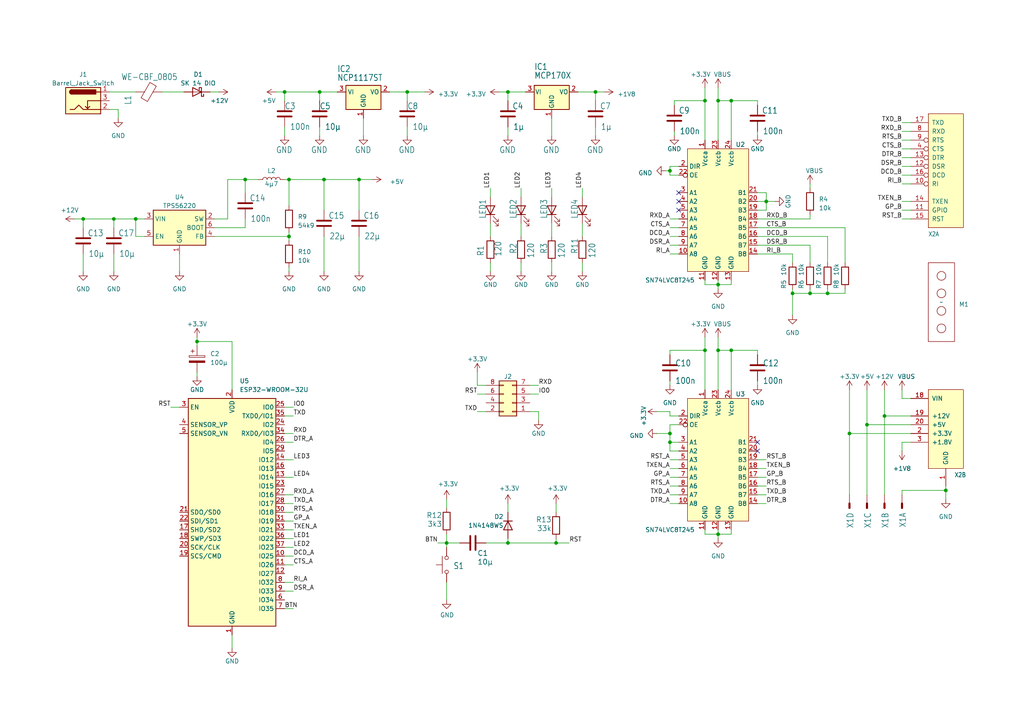
<source format=kicad_sch>
(kicad_sch (version 20231120) (generator "eeschema") (generator_version "8.0")
  (paper "A4")
  (title_block (title "AllSerial WiFi ESP32 Master") (date "2023-10-14"))
  (junction (at 24.13 63.5))
  (junction (at 208.28 154.94))
  (junction (at 204.47 29.21))
  (junction (at 118.11 26.67))
  (junction (at 194.31 125.73))
  (junction (at 82.55 26.67))
  (junction (at 246.38 125.73))
  (junction (at 229.87 85.09))
  (junction (at 222.25 58.42))
  (junction (at 274.32 142.24))
  (junction (at 194.31 49.53))
  (junction (at 251.46 123.19))
  (junction (at 212.09 29.21))
  (junction (at 104.14 52.07))
  (junction (at 161.29 157.48))
  (junction (at 208.28 29.21))
  (junction (at 93.98 52.07))
  (junction (at 57.15 99.06))
  (junction (at 39.37 63.5))
  (junction (at 71.12 52.07))
  (junction (at 129.54 157.48))
  (junction (at 83.82 68.58))
  (junction (at 212.09 101.6))
  (junction (at 234.95 85.09))
  (junction (at 256.54 120.65))
  (junction (at 172.72 26.67))
  (junction (at 208.28 101.6))
  (junction (at 92.71 26.67))
  (junction (at 208.28 82.55))
  (junction (at 240.03 85.09))
  (junction (at 83.82 52.07))
  (junction (at 147.32 157.48))
  (junction (at 204.47 101.6))
  (junction (at 194.31 128.27))
  (junction (at 147.32 26.67))
  (junction (at 33.02 63.5))
  (no_connect (at 196.85 60.96))
  (no_connect (at 219.71 128.27))
  (no_connect (at 196.85 55.88))
  (no_connect (at 196.85 58.42))
  (no_connect (at 219.71 130.81))
  (wire (pts (xy 261.62 50.8) (xy 264.16 50.8)))
  (wire (pts (xy 219.71 133.35) (xy 222.25 133.35)))
  (wire (pts (xy 82.55 120.65) (xy 85.09 120.65)))
  (wire (pts (xy 194.31 140.97) (xy 196.85 140.97)))
  (wire (pts (xy 194.31 119.38) (xy 190.5 119.38)))
  (wire (pts (xy 204.47 29.21) (xy 204.47 40.64)))
  (wire (pts (xy 92.71 26.67) (xy 92.71 29.21)))
  (wire (pts (xy 212.09 81.28) (xy 212.09 82.55)))
  (wire (pts (xy 167.64 26.67) (xy 172.72 26.67)) (stroke (width 0.1524)))
  (wire (pts (xy 31.75 26.67) (xy 39.37 26.67)))
  (wire (pts (xy 82.55 52.07) (xy 83.82 52.07)))
  (wire (pts (xy 83.82 52.07) (xy 93.98 52.07)))
  (wire (pts (xy 31.75 31.75) (xy 34.29 31.75)))
  (wire (pts (xy 240.03 68.58) (xy 240.03 76.2)))
  (wire (pts (xy 219.71 143.51) (xy 222.25 143.51)))
  (wire (pts (xy 219.71 30.48) (xy 219.71 29.21)))
  (wire (pts (xy 105.41 39.37) (xy 105.41 34.29)) (stroke (width 0.1524)))
  (wire (pts (xy 85.09 163.83) (xy 82.55 163.83)))
  (wire (pts (xy 222.25 55.88) (xy 222.25 58.42)))
  (wire (pts (xy 204.47 101.6) (xy 194.31 101.6)))
  (wire (pts (xy 129.54 154.94) (xy 129.54 157.48)))
  (wire (pts (xy 41.91 68.58) (xy 39.37 68.58)))
  (wire (pts (xy 274.32 142.24) (xy 274.32 140.97)) (stroke (width 0.1524)))
  (wire (pts (xy 194.31 120.65) (xy 194.31 119.38)))
  (wire (pts (xy 261.62 48.26) (xy 264.16 48.26)))
  (wire (pts (xy 168.91 54.61) (xy 168.91 57.15)))
  (wire (pts (xy 153.67 114.3) (xy 156.21 114.3)))
  (wire (pts (xy 71.12 52.07) (xy 71.12 55.88)))
  (wire (pts (xy 93.98 52.07) (xy 104.14 52.07)))
  (wire (pts (xy 129.54 157.48) (xy 127 157.48)))
  (wire (pts (xy 194.31 133.35) (xy 196.85 133.35)))
  (wire (pts (xy 60.96 26.67) (xy 63.5 26.67)))
  (wire (pts (xy 82.55 153.67) (xy 85.09 153.67)))
  (wire (pts (xy 261.62 128.27) (xy 261.62 130.81)) (stroke (width 0.1524)))
  (wire (pts (xy 82.55 158.75) (xy 85.09 158.75)))
  (wire (pts (xy 62.23 68.58) (xy 83.82 68.58)))
  (wire (pts (xy 261.62 43.18) (xy 264.16 43.18)))
  (wire (pts (xy 151.13 54.61) (xy 151.13 57.15)))
  (wire (pts (xy 140.97 111.76) (xy 138.43 111.76)))
  (wire (pts (xy 138.43 111.76) (xy 138.43 107.95)))
  (wire (pts (xy 240.03 85.09) (xy 234.95 85.09)))
  (wire (pts (xy 82.55 26.67) (xy 82.55 29.21)))
  (wire (pts (xy 261.62 53.34) (xy 264.16 53.34)))
  (wire (pts (xy 194.31 48.26) (xy 194.31 49.53)))
  (wire (pts (xy 92.71 26.67) (xy 97.79 26.67)))
  (wire (pts (xy 219.71 55.88) (xy 222.25 55.88)))
  (wire (pts (xy 261.62 115.57) (xy 261.62 113.03)) (stroke (width 0.1524)))
  (wire (pts (xy 83.82 52.07) (xy 83.82 59.69)))
  (wire (pts (xy 57.15 97.79) (xy 57.15 99.06)))
  (wire (pts (xy 144.78 26.67) (xy 147.32 26.67)) (stroke (width 0.1524)))
  (wire (pts (xy 208.28 82.55) (xy 208.28 83.82)))
  (wire (pts (xy 274.32 142.24) (xy 261.62 142.24)) (stroke (width 0.1524)))
  (wire (pts (xy 208.28 154.94) (xy 204.47 154.94)))
  (wire (pts (xy 52.07 73.66) (xy 52.07 78.74)))
  (wire (pts (xy 219.71 73.66) (xy 229.87 73.66)))
  (wire (pts (xy 264.16 125.73) (xy 246.38 125.73)) (stroke (width 0.1524)))
  (wire (pts (xy 204.47 25.4) (xy 204.47 29.21)))
  (wire (pts (xy 147.32 26.67) (xy 147.32 29.21)) (stroke (width 0.1524)))
  (wire (pts (xy 229.87 85.09) (xy 229.87 91.44)))
  (wire (pts (xy 208.28 97.79) (xy 208.28 101.6)))
  (wire (pts (xy 245.11 66.04) (xy 245.11 76.2)))
  (wire (pts (xy 234.95 62.23) (xy 234.95 63.5)))
  (wire (pts (xy 261.62 58.42) (xy 264.16 58.42)))
  (wire (pts (xy 34.29 31.75) (xy 34.29 34.29)))
  (wire (pts (xy 147.32 156.21) (xy 147.32 157.48)))
  (wire (pts (xy 261.62 63.5) (xy 264.16 63.5)))
  (wire (pts (xy 194.31 73.66) (xy 196.85 73.66)))
  (wire (pts (xy 204.47 81.28) (xy 204.47 82.55)))
  (wire (pts (xy 104.14 52.07) (xy 107.95 52.07)))
  (wire (pts (xy 219.71 140.97) (xy 222.25 140.97)))
  (wire (pts (xy 251.46 143.51) (xy 251.46 123.19)) (stroke (width 0.1524)))
  (wire (pts (xy 46.99 26.67) (xy 53.34 26.67)))
  (wire (pts (xy 129.54 173.99) (xy 129.54 168.91)))
  (wire (pts (xy 85.09 171.45) (xy 82.55 171.45)))
  (wire (pts (xy 71.12 66.04) (xy 71.12 63.5)))
  (wire (pts (xy 256.54 143.51) (xy 256.54 120.65)) (stroke (width 0.1524)))
  (wire (pts (xy 85.09 161.29) (xy 82.55 161.29)))
  (wire (pts (xy 219.71 66.04) (xy 245.11 66.04)))
  (wire (pts (xy 234.95 71.12) (xy 234.95 76.2)))
  (wire (pts (xy 39.37 63.5) (xy 41.91 63.5)))
  (wire (pts (xy 161.29 156.21) (xy 161.29 157.48)))
  (wire (pts (xy 194.31 63.5) (xy 196.85 63.5)))
  (wire (pts (xy 219.71 38.1) (xy 219.71 39.37)))
  (wire (pts (xy 104.14 52.07) (xy 104.14 60.96)))
  (wire (pts (xy 57.15 107.95) (xy 57.15 109.22)))
  (wire (pts (xy 194.31 138.43) (xy 196.85 138.43)))
  (wire (pts (xy 142.24 64.77) (xy 142.24 68.58)))
  (wire (pts (xy 71.12 52.07) (xy 74.93 52.07)))
  (wire (pts (xy 39.37 63.5) (xy 33.02 63.5)))
  (wire (pts (xy 196.85 50.8) (xy 194.31 50.8)))
  (wire (pts (xy 83.82 68.58) (xy 83.82 67.31)))
  (wire (pts (xy 194.31 66.04) (xy 196.85 66.04)))
  (wire (pts (xy 82.55 143.51) (xy 85.09 143.51)))
  (wire (pts (xy 204.47 82.55) (xy 208.28 82.55)))
  (wire (pts (xy 194.31 128.27) (xy 194.31 125.73)))
  (wire (pts (xy 129.54 157.48) (xy 129.54 158.75)))
  (wire (pts (xy 83.82 78.74) (xy 83.82 77.47)))
  (wire (pts (xy 82.55 128.27) (xy 85.09 128.27)))
  (wire (pts (xy 251.46 123.19) (xy 251.46 113.03)) (stroke (width 0.1524)))
  (wire (pts (xy 118.11 26.67) (xy 118.11 29.21)))
  (wire (pts (xy 245.11 83.82) (xy 245.11 85.09)))
  (wire (pts (xy 274.32 142.24) (xy 274.32 144.78)) (stroke (width 0.1524)))
  (wire (pts (xy 261.62 38.1) (xy 264.16 38.1)))
  (wire (pts (xy 118.11 39.37) (xy 118.11 36.83)) (stroke (width 0.1524)))
  (wire (pts (xy 113.03 26.67) (xy 115.57 26.67)))
  (wire (pts (xy 208.28 153.67) (xy 208.28 154.94)))
  (wire (pts (xy 212.09 82.55) (xy 208.28 82.55)))
  (wire (pts (xy 62.23 66.04) (xy 71.12 66.04)))
  (wire (pts (xy 153.67 119.38) (xy 156.21 119.38)))
  (wire (pts (xy 85.09 138.43) (xy 82.55 138.43)))
  (wire (pts (xy 160.02 64.77) (xy 160.02 68.58)))
  (wire (pts (xy 160.02 78.74) (xy 160.02 76.2)))
  (wire (pts (xy 204.47 101.6) (xy 204.47 113.03)))
  (wire (pts (xy 219.71 68.58) (xy 240.03 68.58)))
  (wire (pts (xy 196.85 123.19) (xy 194.31 123.19)))
  (wire (pts (xy 161.29 157.48) (xy 165.1 157.48)))
  (wire (pts (xy 204.47 154.94) (xy 204.47 153.67)))
  (wire (pts (xy 212.09 29.21) (xy 212.09 40.64)))
  (wire (pts (xy 93.98 52.07) (xy 93.98 60.96)))
  (wire (pts (xy 194.31 110.49) (xy 194.31 111.76)))
  (wire (pts (xy 33.02 73.66) (xy 33.02 78.74)))
  (wire (pts (xy 118.11 26.67) (xy 120.65 26.67)) (stroke (width 0.1524)))
  (wire (pts (xy 24.13 63.5) (xy 24.13 66.04)))
  (wire (pts (xy 120.65 26.67) (xy 123.19 26.67)))
  (wire (pts (xy 264.16 123.19) (xy 251.46 123.19)) (stroke (width 0.1524)))
  (wire (pts (xy 194.31 50.8) (xy 194.31 49.53)))
  (wire (pts (xy 234.95 53.34) (xy 234.95 54.61)))
  (wire (pts (xy 85.09 168.91) (xy 82.55 168.91)))
  (wire (pts (xy 196.85 130.81) (xy 194.31 130.81)))
  (wire (pts (xy 246.38 125.73) (xy 246.38 143.51)) (stroke (width 0.1524)))
  (wire (pts (xy 168.91 78.74) (xy 168.91 76.2)))
  (wire (pts (xy 172.72 39.37) (xy 172.72 36.83)) (stroke (width 0.1524)))
  (wire (pts (xy 234.95 83.82) (xy 234.95 85.09)))
  (wire (pts (xy 24.13 73.66) (xy 24.13 78.74)))
  (wire (pts (xy 245.11 85.09) (xy 240.03 85.09)))
  (wire (pts (xy 219.71 146.05) (xy 222.25 146.05)))
  (wire (pts (xy 194.31 143.51) (xy 196.85 143.51)))
  (wire (pts (xy 194.31 146.05) (xy 196.85 146.05)))
  (wire (pts (xy 261.62 40.64) (xy 264.16 40.64)))
  (wire (pts (xy 219.71 71.12) (xy 234.95 71.12)))
  (wire (pts (xy 168.91 64.77) (xy 168.91 68.58)))
  (wire (pts (xy 49.53 118.11) (xy 52.07 118.11)))
  (wire (pts (xy 160.02 39.37) (xy 160.02 34.29)) (stroke (width 0.1524)))
  (wire (pts (xy 261.62 142.24) (xy 261.62 143.51)) (stroke (width 0.1524)))
  (wire (pts (xy 219.71 102.87) (xy 219.71 101.6)))
  (wire (pts (xy 57.15 99.06) (xy 67.31 99.06)))
  (wire (pts (xy 212.09 101.6) (xy 212.09 113.03)))
  (wire (pts (xy 82.55 176.53) (xy 85.09 176.53)))
  (wire (pts (xy 204.47 29.21) (xy 195.58 29.21)))
  (wire (pts (xy 129.54 144.78) (xy 129.54 147.32)))
  (wire (pts (xy 115.57 26.67) (xy 118.11 26.67)) (stroke (width 0.1524)))
  (wire (pts (xy 57.15 99.06) (xy 57.15 100.33)))
  (wire (pts (xy 219.71 63.5) (xy 234.95 63.5)))
  (wire (pts (xy 196.85 128.27) (xy 194.31 128.27)))
  (wire (pts (xy 172.72 26.67) (xy 172.72 29.21)))
  (wire (pts (xy 156.21 119.38) (xy 156.21 121.92)))
  (wire (pts (xy 82.55 156.21) (xy 85.09 156.21)))
  (wire (pts (xy 33.02 63.5) (xy 24.13 63.5)))
  (wire (pts (xy 83.82 68.58) (xy 83.82 69.85)))
  (wire (pts (xy 219.71 138.43) (xy 222.25 138.43)))
  (wire (pts (xy 240.03 83.82) (xy 240.03 85.09)))
  (wire (pts (xy 212.09 154.94) (xy 212.09 153.67)))
  (wire (pts (xy 85.09 133.35) (xy 82.55 133.35)))
  (wire (pts (xy 229.87 73.66) (xy 229.87 76.2)))
  (wire (pts (xy 222.25 60.96) (xy 222.25 58.42)))
  (wire (pts (xy 208.28 101.6) (xy 208.28 113.03)))
  (wire (pts (xy 161.29 146.05) (xy 161.29 148.59)))
  (wire (pts (xy 66.04 52.07) (xy 71.12 52.07)))
  (wire (pts (xy 194.31 135.89) (xy 196.85 135.89)))
  (wire (pts (xy 172.72 26.67) (xy 175.26 26.67)) (stroke (width 0.1524)))
  (wire (pts (xy 219.71 58.42) (xy 222.25 58.42)))
  (wire (pts (xy 33.02 63.5) (xy 33.02 66.04)))
  (wire (pts (xy 256.54 120.65) (xy 256.54 113.03)) (stroke (width 0.1524)))
  (wire (pts (xy 82.55 36.83) (xy 82.55 39.37)) (stroke (width 0.1524)))
  (wire (pts (xy 82.55 118.11) (xy 85.09 118.11)))
  (wire (pts (xy 67.31 99.06) (xy 67.31 113.03)))
  (wire (pts (xy 219.71 60.96) (xy 222.25 60.96)))
  (wire (pts (xy 153.67 111.76) (xy 156.21 111.76)))
  (wire (pts (xy 194.31 125.73) (xy 190.5 125.73)))
  (wire (pts (xy 82.55 125.73) (xy 85.09 125.73)))
  (wire (pts (xy 194.31 68.58) (xy 196.85 68.58)))
  (wire (pts (xy 208.28 81.28) (xy 208.28 82.55)))
  (wire (pts (xy 133.35 157.48) (xy 129.54 157.48)))
  (wire (pts (xy 21.59 63.5) (xy 24.13 63.5)))
  (wire (pts (xy 234.95 85.09) (xy 229.87 85.09)))
  (wire (pts (xy 196.85 48.26) (xy 194.31 48.26)))
  (wire (pts (xy 261.62 60.96) (xy 264.16 60.96)))
  (wire (pts (xy 92.71 36.83) (xy 92.71 39.37)) (stroke (width 0.1524)))
  (wire (pts (xy 66.04 63.5) (xy 62.23 63.5)))
  (wire (pts (xy 138.43 114.3) (xy 140.97 114.3)))
  (wire (pts (xy 264.16 128.27) (xy 261.62 128.27)) (stroke (width 0.1524)))
  (wire (pts (xy 208.28 101.6) (xy 212.09 101.6)))
  (wire (pts (xy 82.55 151.13) (xy 85.09 151.13)))
  (wire (pts (xy 208.28 25.4) (xy 208.28 29.21)))
  (wire (pts (xy 142.24 78.74) (xy 142.24 76.2)))
  (wire (pts (xy 261.62 35.56) (xy 264.16 35.56)))
  (wire (pts (xy 194.31 130.81) (xy 194.31 128.27)))
  (wire (pts (xy 67.31 184.15) (xy 67.31 187.96)))
  (wire (pts (xy 82.55 26.67) (xy 92.71 26.67)))
  (wire (pts (xy 82.55 146.05) (xy 85.09 146.05)))
  (wire (pts (xy 196.85 120.65) (xy 194.31 120.65)))
  (wire (pts (xy 261.62 45.72) (xy 264.16 45.72)))
  (wire (pts (xy 264.16 115.57) (xy 261.62 115.57)) (stroke (width 0.1524)))
  (wire (pts (xy 195.58 38.1) (xy 195.58 39.37)))
  (wire (pts (xy 229.87 83.82) (xy 229.87 85.09)))
  (wire (pts (xy 104.14 68.58) (xy 104.14 78.74)))
  (wire (pts (xy 208.28 29.21) (xy 212.09 29.21)))
  (wire (pts (xy 212.09 101.6) (xy 219.71 101.6)))
  (wire (pts (xy 194.31 101.6) (xy 194.31 102.87)))
  (wire (pts (xy 194.31 123.19) (xy 194.31 125.73)))
  (wire (pts (xy 93.98 68.58) (xy 93.98 78.74)))
  (wire (pts (xy 219.71 110.49) (xy 219.71 111.76)))
  (wire (pts (xy 80.01 26.67) (xy 82.55 26.67)))
  (wire (pts (xy 212.09 29.21) (xy 219.71 29.21)))
  (wire (pts (xy 264.16 120.65) (xy 256.54 120.65)) (stroke (width 0.1524)))
  (wire (pts (xy 138.43 119.38) (xy 140.97 119.38)))
  (wire (pts (xy 147.32 157.48) (xy 161.29 157.48)))
  (wire (pts (xy 222.25 58.42) (xy 224.79 58.42)))
  (wire (pts (xy 66.04 52.07) (xy 66.04 63.5)))
  (wire (pts (xy 204.47 97.79) (xy 204.47 101.6)))
  (wire (pts (xy 140.97 157.48) (xy 147.32 157.48)))
  (wire (pts (xy 160.02 54.61) (xy 160.02 57.15)))
  (wire (pts (xy 82.55 148.59) (xy 85.09 148.59)))
  (wire (pts (xy 194.31 71.12) (xy 196.85 71.12)))
  (wire (pts (xy 208.28 154.94) (xy 212.09 154.94)))
  (wire (pts (xy 208.28 154.94) (xy 208.28 156.21)))
  (wire (pts (xy 152.4 26.67) (xy 147.32 26.67)) (stroke (width 0.1524)))
  (wire (pts (xy 142.24 54.61) (xy 142.24 57.15)))
  (wire (pts (xy 246.38 125.73) (xy 246.38 113.03)) (stroke (width 0.1524)))
  (wire (pts (xy 195.58 29.21) (xy 195.58 30.48)))
  (wire (pts (xy 151.13 64.77) (xy 151.13 68.58)))
  (wire (pts (xy 39.37 68.58) (xy 39.37 63.5)))
  (wire (pts (xy 147.32 39.37) (xy 147.32 36.83)) (stroke (width 0.1524)))
  (wire (pts (xy 147.32 148.59) (xy 147.32 146.05)))
  (wire (pts (xy 194.31 49.53) (xy 193.04 49.53)))
  (wire (pts (xy 151.13 78.74) (xy 151.13 76.2)))
  (wire (pts (xy 219.71 135.89) (xy 222.25 135.89)))
  (wire (pts (xy 208.28 29.21) (xy 208.28 40.64)))
  (label "DTR_B" (at 261.62 45.72 180))
  (label "TXD_A" (at 194.31 143.51 180))
  (label "DCD_B" (at 222.25 68.58 0))
  (label "RXD_A" (at 194.31 63.5 180))
  (label "DTR_B" (at 222.25 146.05 0))
  (label "RXD_A" (at 85.09 143.51 0))
  (label "CTS_A" (at 194.31 66.04 180))
  (label "RST_A" (at 194.31 133.35 180))
  (label "RST_B" (at 222.25 133.35 0))
  (label "RTS_B" (at 222.25 140.97 0))
  (label "TXEN_A" (at 85.09 153.67 0))
  (label "RTS_A" (at 85.09 148.59 0))
  (label "LED3" (at 160.02 54.61 90))
  (label "IO0" (at 156.21 114.3 0))
  (label "LED2" (at 85.09 158.75 0))
  (label "RST" (at 49.53 118.11 180))
  (label "DTR_A" (at 85.09 128.27 0))
  (label "TXD" (at 85.09 120.65 0))
  (label "RST_B" (at 261.62 63.5 180))
  (label "DSR_A" (at 85.09 171.45 0))
  (label "DTR_A" (at 194.31 146.05 180))
  (label "RTS_A" (at 194.31 140.97 180))
  (label "RTS_B" (at 261.62 40.64 180))
  (label "RXD" (at 156.21 111.76 0))
  (label "GP_B" (at 222.25 138.43 0))
  (label "RI_A" (at 85.09 168.91 0))
  (label "LED3" (at 85.09 133.35 0))
  (label "IO0" (at 85.09 118.11 0))
  (label "CTS_A" (at 85.09 163.83 0))
  (label "RST" (at 165.1 157.48 0))
  (label "GP_A" (at 85.09 151.13 0))
  (label "GP_A" (at 194.31 138.43 180))
  (label "RI_B" (at 222.25 73.66 0))
  (label "DSR_A" (at 194.31 71.12 180))
  (label "DSR_B" (at 222.25 71.12 0))
  (label "GP_B" (at 261.62 60.96 180))
  (label "BTN" (at 127 157.48 180))
  (label "RXD" (at 85.09 125.73 0))
  (label "TXD_A" (at 85.09 146.05 0))
  (label "TXEN_B" (at 222.25 135.89 0))
  (label "RST" (at 138.43 114.3 180))
  (label "DSR_B" (at 261.62 48.26 180))
  (label "LED1" (at 85.09 156.21 0))
  (label "RI_A" (at 194.31 73.66 180))
  (label "DCD_A" (at 194.31 68.58 180))
  (label "RI_B" (at 261.62 53.34 180))
  (label "TXD_B" (at 222.25 143.51 0))
  (label "LED4" (at 85.09 138.43 0))
  (label "LED2" (at 151.13 54.61 90))
  (label "LED4" (at 168.91 54.61 90))
  (label "CTS_B" (at 261.62 43.18 180))
  (label "TXEN_B" (at 261.62 58.42 180))
  (label "DCD_B" (at 261.62 50.8 180))
  (label "TXEN_A" (at 194.31 135.89 180))
  (label "BTN" (at 82.55 176.53 0))
  (label "RXD_B" (at 261.62 38.1 180))
  (label "DCD_A" (at 85.09 161.29 0))
  (label "CTS_B" (at 222.25 66.04 0))
  (label "LED1" (at 142.24 54.61 90))
  (label "TXD_B" (at 261.62 35.56 180))
  (label "RXD_B" (at 222.25 63.5 0))
  (label "TXD" (at 138.43 119.38 180))
  (symbol (lib_id "Device:C") (at 33.02 69.85 0) (unit 1)
    (property "Reference" "C17" (at 34.29 68.58 0) (effects (font (size 1.778 1.5113)) (justify left bottom)))
    (property "Value" "10µ" (at 34.544 74.549 0) (effects (font (size 1.778 1.5113)) (justify left bottom)))
    (property "Footprint" "Capacitor_SMD:C_0805_2012Metric" (effects (hide yes)))
  )
  (symbol (lib_id "power:GND") (at 224.79 58.42 90) (unit 1)
    (property "Reference" "#PWR047" (effects (hide yes)))
    (property "Value" "GND" (at 228.6 58.42 0))
  )
  (symbol (lib_id "power:GND") (at 219.71 111.76 0) (unit 1)
    (property "Reference" "#PWR06" (effects (hide yes)))
    (property "Value" "GND" (at 219.71 116.84 0))
  )
  (symbol (lib_id "power:GND") (at 156.21 121.92 0) (unit 1)
    (property "Reference" "#PWR045" (effects (hide yes)))
    (property "Value" "GND" (at 156.21 125.73 0))
  )
  (symbol (lib_id "Device:R") (at 129.54 151.13 180) (unit 1)
    (property "Reference" "R12" (at 128.27 148.59 0) (effects (font (size 1.4986 1.4986)) (justify left bottom)))
    (property "Value" "3k3" (at 128.27 151.13 0) (effects (font (size 1.4986 1.4986)) (justify left bottom)))
    (property "Footprint" "Resistor_SMD:R_0805_2012Metric" (effects (hide yes)))
    (property "LCSC order #" "C114531" (effects (hide yes)))
  )
  (symbol (lib_id "Device:R") (at 151.13 72.39 0) (unit 1)
    (property "Reference" "R2" (at 149.86 73.66 90) (effects (font (size 1.778 1.5113)) (justify left bottom)))
    (property "Value" "120" (at 154.94 74.93 90) (effects (font (size 1.778 1.5113)) (justify left bottom)))
    (property "Footprint" "Resistor_SMD:R_0805_2012Metric" (effects (hide yes)))
  )
  (symbol (lib_id "power:GND") (at 208.28 83.82 0) (unit 1)
    (property "Reference" "#PWR03" (effects (hide yes)))
    (property "Value" "GND" (at 208.28 88.9 0))
  )
  (symbol (lib_id "power:+3.3V") (at 190.5 119.38 90) (unit 1)
    (property "Reference" "#PWR041" (effects (hide yes)))
    (property "Value" "+3.3V" (at 186.69 120.65 0))
  )
  (symbol (lib_name "1N4148WS_1") (lib_id "Diode:1N4148WS") (at 147.32 152.4 270) (unit 1)
    (property "Reference" "D2" (at 146.05 149.86 90) (effects (justify right)))
    (property "Value" "1N4148WS" (at 146.05 152.4 90) (effects (justify right)))
    (property "Footprint" "Diode_SMD:D_SOD-323" (effects (hide yes)))
    (property "Datasheet" "https://www.vishay.com/docs/85751/1n4148ws.pdf" (effects (hide yes)))
    (property "LCSC order #" "C57759" (effects (hide yes)))
  )
  (symbol (lib_id "power:+3.3V") (at 246.38 113.03 0) (unit 1)
    (property "Reference" "#PWR07" (effects (hide yes)))
    (property "Value" "+3.3V" (at 246.38 109.22 0))
  )
  (symbol (lib_id "power:+3.3V") (at 138.43 107.95 0) (unit 1)
    (property "Reference" "#PWR044" (effects (hide yes)))
    (property "Value" "+3.3V" (at 138.43 104.14 0))
  )
  (symbol (lib_id "Device:R") (at 168.91 72.39 0) (unit 1)
    (property "Reference" "R11" (at 167.64 73.66 90) (effects (font (size 1.778 1.5113)) (justify left bottom)))
    (property "Value" "120" (at 172.72 74.93 90) (effects (font (size 1.778 1.5113)) (justify left bottom)))
    (property "Footprint" "Resistor_SMD:R_0805_2012Metric" (effects (hide yes)))
  )
  (symbol (lib_id "power:GND") (at 151.13 78.74 0) (unit 1)
    (property "Reference" "#PWR032" (effects (hide yes)))
    (property "Value" "GND" (at 151.13 82.55 0))
  )
  (symbol (lib_id "Device:C") (at 71.12 59.69 0) (unit 1)
    (property "Reference" "C14" (at 72.39 58.42 0) (effects (font (size 1.778 1.5113)) (justify left bottom)))
    (property "Value" "100n" (at 72.644 64.389 0) (effects (font (size 1.778 1.5113)) (justify left bottom)))
    (property "Footprint" "Capacitor_SMD:C_0805_2012Metric" (effects (hide yes)))
  )
  (symbol (lib_id "power:GND") (at 160.02 39.37 0) (unit 1)
    (property "Reference" "#GND017" (effects (hide yes)))
    (property "Value" "GND" (at 157.48 44.45 0) (effects (font (size 1.778 1.5113)) (justify left bottom)))
  )
  (symbol (lib_id "Device:R") (at 234.95 58.42 0) (unit 1)
    (property "Reference" "R4" (at 237.49 57.785 0) (effects (justify left)))
    (property "Value" "10k" (at 237.49 60.325 0) (effects (justify left)))
    (property "Footprint" "Resistor_SMD:R_0805_2012Metric" (effects (hide yes)))
  )
  (symbol (lib_id "power:GND") (at 57.15 109.22 0) (unit 1)
    (property "Reference" "#PWR051" (effects (hide yes)))
    (property "Value" "GND" (at 57.15 113.03 0))
  )
  (symbol (lib_id "power:GND") (at 82.55 39.37 0) (unit 1)
    (property "Reference" "#GND013" (effects (hide yes)))
    (property "Value" "GND" (at 80.01 44.45 0) (effects (font (size 1.778 1.5113)) (justify left bottom)))
  )
  (symbol (lib_id "power:GND") (at 142.24 78.74 0) (unit 1)
    (property "Reference" "#PWR026" (effects (hide yes)))
    (property "Value" "GND" (at 142.24 82.55 0))
  )
  (symbol (lib_id "power:GND") (at 274.32 144.78 0) (unit 1)
    (property "Reference" "#PWR012" (effects (hide yes)))
    (property "Value" "GND" (at 274.32 149.86 0))
  )
  (symbol (lib_id "Device:C") (at 219.71 34.29 0) (unit 1)
    (property "Reference" "C11" (at 220.98 33.02 0) (effects (font (size 1.778 1.5113)) (justify left bottom)))
    (property "Value" "100n" (at 221.234 38.989 0) (effects (font (size 1.778 1.5113)) (justify left bottom)))
    (property "Footprint" "Capacitor_SMD:C_0805_2012Metric" (effects (hide yes)))
  )
  (symbol (lib_id "power:GND") (at 193.04 49.53 270) (unit 1)
    (property "Reference" "#PWR043" (effects (hide yes)))
    (property "Value" "GND" (at 189.23 50.165 90) (effects (justify right)))
  )
  (symbol (lib_id "power:GND") (at 190.5 125.73 270) (unit 1)
    (property "Reference" "#PWR042" (effects (hide yes)))
    (property "Value" "GND" (at 186.69 126.365 90) (effects (justify right)))
  )
  (symbol (lib_id "power:GND") (at 52.07 78.74 0) (unit 1)
    (property "Reference" "#PWR025" (effects (hide yes)))
    (property "Value" "GND" (at 52.07 83.82 0))
  )
  (symbol (lib_id "Device:D_Schottky") (at 57.15 26.67 180) (unit 1)
    (property "Reference" "D1" (at 57.4675 21.59 0))
    (property "Value" "SK 14 DIO" (at 57.4675 24.13 0))
    (property "Footprint" "Diode_SMD:D_SMA" (effects (hide yes)))
  )
  (symbol (lib_id "power:GND") (at 24.13 78.74 0) (unit 1)
    (property "Reference" "#PWR027" (effects (hide yes)))
    (property "Value" "GND" (at 24.13 83.82 0))
  )
  (symbol (lib_id "Connector:Barrel_Jack_Switch") (at 24.13 29.21 0) (unit 1)
    (property "Reference" "J1" (at 24.13 21.59 0))
    (property "Value" "Barrel_Jack_Switch" (at 24.13 24.13 0))
    (property "Footprint" "Connector_BarrelJack:BarrelJack_GCT_DCJ200-10-A_Horizontal" (effects (hide yes)))
  )
  (symbol (lib_id "WiFiMaster-eagle-import:AKL18X-04W") (at 261.62 146.05 270) (unit 1)
    (property "Reference" "X1" (at 260.858 148.59 0) (effects (font (size 1.778 1.5113)) (justify left bottom)))
    (property "Value" "AKL18X-04W" (effects (hide yes)))
    (property "Footprint" "WiFiMaster:AKL182-04" (effects (hide yes)))
  )
  (symbol (lib_id "Device:R") (at 142.24 72.39 180) (unit 1)
    (property "Reference" "R1" (at 138.43 71.12 90) (effects (font (size 1.778 1.5113)) (justify left bottom)))
    (property "Value" "120" (at 143.51 69.85 90) (effects (font (size 1.778 1.5113)) (justify left bottom)))
    (property "Footprint" "Resistor_SMD:R_0805_2012Metric" (effects (hide yes)))
  )
  (symbol (lib_id "Regulator_Switching:TPS56339DDC") (at 52.07 66.04 0) (unit 1)
    (property "Reference" "U4" (at 52.07 57.15 0))
    (property "Value" "TPS56220" (at 52.07 59.69 0))
    (property "Footprint" "Package_TO_SOT_SMD:SOT-23-6" (effects (hide yes)))
    (property "Datasheet" "https://www.ti.com/lit/ds/symlink/tps562201.pdf?ts=1697221326900&ref_url=https%253A%252F%252Fwww.google.com%252F" (effects (hide yes)))
  )
  (symbol (lib_id "power:VBUS") (at 208.28 25.4 0) (unit 1)
    (property "Reference" "#PWR02" (effects (hide yes)))
    (property "Value" "VBUS" (at 209.55 21.59 0))
  )
  (symbol (lib_id "Device:R") (at 234.95 80.01 0) (unit 1)
    (property "Reference" "R6" (at 232.41 83.82 90) (effects (justify left)))
    (property "Value" "10k" (at 232.41 80.01 90) (effects (justify left)))
    (property "Footprint" "Resistor_SMD:R_0805_2012Metric" (effects (hide yes)))
  )
  (symbol (lib_id "Device:R") (at 229.87 80.01 0) (unit 1)
    (property "Reference" "R5" (at 227.33 83.82 90) (effects (justify left)))
    (property "Value" "10k" (at 227.33 80.01 90) (effects (justify left)))
    (property "Footprint" "Resistor_SMD:R_0805_2012Metric" (effects (hide yes)))
  )
  (symbol (lib_id "power:+1V8") (at 175.26 26.67 270) (unit 1)
    (property "Reference" "#PWR016" (effects (hide yes)))
    (property "Value" "+1V8" (at 179.07 27.305 90) (effects (justify left)))
  )
  (symbol (lib_id "power:VBUS") (at 234.95 53.34 0) (unit 1)
    (property "Reference" "#PWR021" (effects (hide yes)))
    (property "Value" "VBUS" (at 236.22 49.53 0))
  )
  (symbol (lib_id "AllSerial:AllSerial_Connector") (at 274.32 130.81 0) (mirror y) (unit 2)
    (property "Reference" "X2" (at 276.86 138.43 0) (effects (font (size 1.27 1.0795)) (justify right bottom)))
    (property "Value" "ALLSERIALMASTERM" (effects (hide yes)))
    (property "Footprint" "AllSerial:MasterBoard" (effects (hide yes)))
  )
  (symbol (lib_id "Device:L") (at 78.74 52.07 90) (unit 1)
    (property "Reference" "L2" (at 78.74 49.53 90))
    (property "Value" "4µ7" (at 78.74 53.34 90))
    (property "Footprint" "Inductor_SMD:L_Murata_LQH55DN_5.7x5.0mm" (effects (hide yes)))
  )
  (symbol (lib_id "power:GND") (at 129.54 173.99 0) (unit 1)
    (property "Reference" "#PWR036" (effects (hide yes)))
    (property "Value" "GND" (at 129.667 178.3842 0))
  )
  (symbol (lib_id "Device:LED") (at 160.02 60.96 90) (unit 1)
    (property "Reference" "LED3" (at 158.75 63.5 0) (effects (font (size 1.778 1.5113)) (justify left bottom)))
    (property "Value" "LED3MM" (effects (hide yes)))
    (property "Footprint" "LED_SMD:LED_0805_2012Metric" (effects (hide yes)))
  )
  (symbol (lib_id "power:GND") (at 33.02 78.74 0) (unit 1)
    (property "Reference" "#PWR030" (effects (hide yes)))
    (property "Value" "GND" (at 33.02 83.82 0))
  )
  (symbol (lib_id "Connector_Generic:Conn_02x04_Odd_Even") (at 148.59 116.84 180) (unit 1)
    (property "Reference" "J2" (at 147.32 109.22 0))
    (property "Value" "Conn_02x04_Odd_Even" (effects (hide yes)))
    (property "Footprint" "Connector_PinHeader_2.54mm:PinHeader_2x04_P2.54mm_Vertical" (effects (hide yes)))
  )
  (symbol (lib_id "Device:LED") (at 151.13 60.96 90) (unit 1)
    (property "Reference" "LED2" (at 149.86 63.5 0) (effects (font (size 1.778 1.5113)) (justify left bottom)))
    (property "Value" "LED3MM" (effects (hide yes)))
    (property "Footprint" "LED_SMD:LED_0805_2012Metric" (effects (hide yes)))
  )
  (symbol (lib_id "power:GND") (at 208.28 156.21 0) (unit 1)
    (property "Reference" "#PWR023" (effects (hide yes)))
    (property "Value" "GND" (at 208.28 161.29 0))
  )
  (symbol (lib_id "Device:C") (at 195.58 34.29 0) (unit 1)
    (property "Reference" "C9" (at 196.85 33.02 0) (effects (font (size 1.778 1.5113)) (justify left bottom)))
    (property "Value" "100n" (at 197.104 38.989 0) (effects (font (size 1.778 1.5113)) (justify left bottom)))
    (property "Footprint" "Capacitor_SMD:C_0805_2012Metric" (effects (hide yes)))
  )
  (symbol (lib_id "power:GND") (at 105.41 39.37 0) (unit 1)
    (property "Reference" "#GND018" (effects (hide yes)))
    (property "Value" "GND" (at 102.87 44.45 0) (effects (font (size 1.778 1.5113)) (justify left bottom)))
  )
  (symbol (lib_id "Device:C") (at 118.11 33.02 0) (unit 1)
    (property "Reference" "C8" (at 118.11 31.75 0) (effects (font (size 1.778 1.5113)) (justify left bottom)))
    (property "Value" "10µ" (at 119.634 37.719 0) (effects (font (size 1.778 1.5113)) (justify left bottom)))
    (property "Footprint" "Capacitor_SMD:C_0805_2012Metric" (effects (hide yes)))
  )
  (symbol (lib_id "power:+1V8") (at 261.62 130.81 180) (unit 1)
    (property "Reference" "#PWR011" (effects (hide yes)))
    (property "Value" "+1V8" (at 261.62 135.89 0))
  )
  (symbol (lib_id "Device:FerriteBead") (at 43.18 26.67 90) (unit 1)
    (property "Reference" "L1" (at 38.1 30.48 0) (effects (font (size 1.778 1.5113)) (justify left bottom)))
    (property "Value" "WE-CBF_0805" (at 51.562 21.336 90) (effects (font (size 1.778 1.5113)) (justify left bottom)))
    (property "Footprint" "Inductor_SMD:L_0805_2012Metric" (effects (hide yes)))
    (property "Description" "Ferrite bead" (effects (hide yes)))
  )
  (symbol (lib_id "Device:C") (at 92.71 33.02 0) (unit 1)
    (property "Reference" "C5" (at 92.71 31.75 0) (effects (font (size 1.778 1.5113)) (justify left bottom)))
    (property "Value" "10µ" (at 94.234 37.719 0) (effects (font (size 1.778 1.5113)) (justify left bottom)))
    (property "Footprint" "Capacitor_SMD:C_0805_2012Metric" (effects (hide yes)))
  )
  (symbol (lib_id "Device:R") (at 83.82 73.66 0) (unit 1)
    (property "Reference" "R10" (at 86.36 73.025 0) (effects (justify left)))
    (property "Value" "10k" (at 86.36 75.565 0) (effects (justify left)))
    (property "Footprint" "Resistor_SMD:R_0805_2012Metric" (effects (hide yes)))
  )
  (symbol (lib_id "RF_Module:ESP32-WROOM-32U") (at 67.31 148.59 0) (unit 1)
    (property "Reference" "U5" (at 69.5041 110.49 0) (effects (justify left)))
    (property "Value" "ESP32-WROOM-32U" (at 69.5041 113.03 0) (effects (justify left)))
    (property "Footprint" "RF_Module:ESP32-WROOM-32U" (effects (hide yes)))
    (property "Datasheet" "https://www.espressif.com/sites/default/files/documentation/esp32-wroom-32d_esp32-wroom-32u_datasheet_en.pdf" (effects (hide yes)))
    (property "Description" "RF Module, ESP32-D0WD SoC, Wi-Fi 802.11b/g/n, Bluetooth, BLE, 32-bit, 2.7-3.6V, external antenna, SMD" (effects (hide yes)))
  )
  (symbol (lib_id "power:GND") (at 195.58 39.37 0) (unit 1)
    (property "Reference" "#PWR018" (effects (hide yes)))
    (property "Value" "GND" (at 195.58 43.18 0))
  )
  (symbol (lib_id "power:GND") (at 104.14 78.74 0) (unit 1)
    (property "Reference" "#PWR029" (effects (hide yes)))
    (property "Value" "GND" (at 104.14 83.82 0))
  )
  (symbol (lib_id "AllSerial:SN74LVC8T245") (at 208.28 151.13 0) (unit 1)
    (property "Reference" "U3" (at 213.36 114.3 0) (effects (justify left)))
    (property "Value" "SN74LVC8T245" (at 194.31 153.67 0))
    (property "Footprint" "Package_SO:SOIC-24W_7.5x15.4mm_P1.27mm" (effects (hide yes)))
  )
  (symbol (lib_id "Device:LED") (at 142.24 60.96 90) (unit 1)
    (property "Reference" "LED1" (at 140.97 63.5 0) (effects (font (size 1.778 1.5113)) (justify left bottom)))
    (property "Value" "LED3MM" (effects (hide yes)))
    (property "Footprint" "LED_SMD:LED_0805_2012Metric" (effects (hide yes)))
  )
  (symbol (lib_id "power:+3.3V") (at 57.15 97.79 0) (unit 1)
    (property "Reference" "#PWR050" (effects (hide yes)))
    (property "Value" "+3.3V" (at 57.15 93.98 0))
  )
  (symbol (lib_id "power:GND") (at 194.31 111.76 0) (unit 1)
    (property "Reference" "#PWR020" (effects (hide yes)))
    (property "Value" "GND" (at 194.31 116.84 0))
  )
  (symbol (lib_id "power:+12V") (at 21.59 63.5 90) (unit 1)
    (property "Reference" "#PWR040" (effects (hide yes)))
    (property "Value" "+12V" (at 22.86 60.96 90) (effects (justify left)))
  )
  (symbol (lib_id "Device:R") (at 161.29 152.4 180) (unit 1)
    (property "Reference" "R13" (at 160.02 149.86 0) (effects (font (size 1.4986 1.4986)) (justify left bottom)))
    (property "Value" "33k" (at 160.02 152.4 0) (effects (font (size 1.4986 1.4986)) (justify left bottom)))
    (property "Footprint" "Resistor_SMD:R_0805_2012Metric" (effects (hide yes)))
    (property "LCSC order #" "C17633" (effects (hide yes)))
  )
  (symbol (lib_id "power:GND") (at 160.02 78.74 0) (unit 1)
    (property "Reference" "#PWR033" (effects (hide yes)))
    (property "Value" "GND" (at 160.02 82.55 0))
  )
  (symbol (lib_id "power:GND") (at 34.29 34.29 0) (unit 1)
    (property "Reference" "#PWR01" (effects (hide yes)))
    (property "Value" "GND" (at 34.29 39.37 0))
  )
  (symbol (lib_id "power:+3.3V") (at 147.32 146.05 0) (unit 1)
    (property "Reference" "#PWR037" (effects (hide yes)))
    (property "Value" "+3.3V" (at 147.701 141.6558 0))
  )
  (symbol (lib_id "Device:C") (at 104.14 64.77 0) (unit 1)
    (property "Reference" "C16" (at 105.41 63.5 0) (effects (font (size 1.778 1.5113)) (justify left bottom)))
    (property "Value" "22µ" (at 105.664 69.469 0) (effects (font (size 1.778 1.5113)) (justify left bottom)))
    (property "Footprint" "Capacitor_SMD:C_0805_2012Metric" (effects (hide yes)))
  )
  (symbol (lib_id "Device:R") (at 83.82 63.5 0) (unit 1)
    (property "Reference" "R9" (at 86.36 62.865 0) (effects (justify left)))
    (property "Value" "54k9" (at 86.36 65.405 0) (effects (justify left)))
    (property "Footprint" "Resistor_SMD:R_0805_2012Metric" (effects (hide yes)))
  )
  (symbol (lib_id "power:+3.3V") (at 123.19 26.67 270) (unit 1)
    (property "Reference" "#PWR014" (effects (hide yes)))
    (property "Value" "+3.3V" (at 127 27.305 90) (effects (justify left)))
  )
  (symbol (lib_id "Device:R") (at 245.11 80.01 0) (unit 1)
    (property "Reference" "R8" (at 242.57 83.82 90) (effects (justify left)))
    (property "Value" "10k" (at 242.57 80.01 90) (effects (justify left)))
    (property "Footprint" "Resistor_SMD:R_0805_2012Metric" (effects (hide yes)))
  )
  (symbol (lib_id "Device:C") (at 93.98 64.77 0) (unit 1)
    (property "Reference" "C15" (at 95.25 63.5 0) (effects (font (size 1.778 1.5113)) (justify left bottom)))
    (property "Value" "22µ" (at 95.504 69.469 0) (effects (font (size 1.778 1.5113)) (justify left bottom)))
    (property "Footprint" "Capacitor_SMD:C_0805_2012Metric" (effects (hide yes)))
  )
  (symbol (lib_id "power:+5V") (at 251.46 113.03 0) (unit 1)
    (property "Reference" "#PWR08" (effects (hide yes)))
    (property "Value" "+5V" (at 251.46 109.22 0))
  )
  (symbol (lib_id "WiFiMaster-eagle-import:AKL18X-04W") (at 246.38 146.05 270) (unit 4)
    (property "Reference" "X1" (at 245.618 148.59 0) (effects (font (size 1.778 1.5113)) (justify left bottom)))
    (property "Value" "AKL18X-04W" (effects (hide yes)))
    (property "Footprint" "WiFiMaster:AKL182-04" (effects (hide yes)))
  )
  (symbol (lib_id "power:VBUS") (at 261.62 113.03 0) (unit 1)
    (property "Reference" "#PWR010" (effects (hide yes)))
    (property "Value" "VBUS" (at 262.89 109.22 0))
  )
  (symbol (lib_id "Regulator_Linear:MCP1700x-180xxTT") (at 160.02 26.67 0) (unit 1)
    (property "Reference" "IC1" (at 154.94 20.32 0) (effects (font (size 1.778 1.5113)) (justify left bottom)))
    (property "Value" "MCP170X" (at 154.94 22.86 0) (effects (font (size 1.778 1.5113)) (justify left bottom)))
    (property "Footprint" "Package_TO_SOT_SMD:SOT-23" (effects (hide yes)))
    (property "Datasheet" "http://ww1.microchip.com/downloads/en/DeviceDoc/20001826D.pdf" (effects (hide yes)))
  )
  (symbol (lib_id "power:GND") (at 83.82 78.74 0) (unit 1)
    (property "Reference" "#PWR024" (effects (hide yes)))
    (property "Value" "GND" (at 83.82 83.82 0))
  )
  (symbol (lib_id "power:+5V") (at 107.95 52.07 270) (unit 1)
    (property "Reference" "#PWR031" (effects (hide yes)))
    (property "Value" "+5V" (at 113.03 52.705 90) (effects (justify left)))
  )
  (symbol (lib_id "AllSerial:SN74LVC8T245") (at 208.28 78.74 0) (unit 1)
    (property "Reference" "U2" (at 213.36 41.91 0) (effects (justify left)))
    (property "Value" "SN74LVC8T245" (at 194.31 81.28 0))
    (property "Footprint" "Package_SO:SOIC-24W_7.5x15.4mm_P1.27mm" (effects (hide yes)))
  )
  (symbol (lib_id "power:GND") (at 229.87 91.44 0) (unit 1)
    (property "Reference" "#PWR022" (effects (hide yes)))
    (property "Value" "GND" (at 229.87 96.52 0))
  )
  (symbol (lib_id "power:+12V") (at 256.54 113.03 0) (unit 1)
    (property "Reference" "#PWR09" (effects (hide yes)))
    (property "Value" "+12V" (at 256.54 109.22 0))
  )
  (symbol (lib_id "power:GND") (at 67.31 187.96 0) (unit 1)
    (property "Reference" "#PWR052" (effects (hide yes)))
    (property "Value" "GND" (at 67.31 191.77 0))
  )
  (symbol (lib_id "power:GND") (at 92.71 39.37 0) (unit 1)
    (property "Reference" "#GND015" (effects (hide yes)))
    (property "Value" "GND" (at 90.17 44.45 0) (effects (font (size 1.778 1.5113)) (justify left bottom)))
  )
  (symbol (lib_id "AllSerial:AllSerial_Connector") (at 274.32 50.8 0) (mirror y) (unit 1)
    (property "Reference" "X2" (at 269.24 68.58 0) (effects (font (size 1.27 1.0795)) (justify right bottom)))
    (property "Value" "ALLSERIALMASTERM" (effects (hide yes)))
    (property "Footprint" "AllSerial:MasterBoard" (effects (hide yes)))
  )
  (symbol (lib_id "Device:C") (at 172.72 33.02 0) (unit 1)
    (property "Reference" "C7" (at 173.99 31.75 0) (effects (font (size 1.778 1.5113)) (justify left bottom)))
    (property "Value" "1µ" (at 174.244 37.719 0) (effects (font (size 1.778 1.5113)) (justify left bottom)))
    (property "Footprint" "Capacitor_SMD:C_0805_2012Metric" (effects (hide yes)))
  )
  (symbol (lib_id "power:+3.3V") (at 129.54 144.78 0) (unit 1)
    (property "Reference" "#PWR035" (effects (hide yes)))
    (property "Value" "+3.3V" (at 129.921 140.3858 0))
  )
  (symbol (lib_id "Device:C") (at 24.13 69.85 0) (unit 1)
    (property "Reference" "C13" (at 25.4 68.58 0) (effects (font (size 1.778 1.5113)) (justify left bottom)))
    (property "Value" "10µ" (at 25.654 74.549 0) (effects (font (size 1.778 1.5113)) (justify left bottom)))
    (property "Footprint" "Capacitor_SMD:C_0805_2012Metric" (effects (hide yes)))
  )
  (symbol (lib_id "Device:R") (at 160.02 72.39 0) (unit 1)
    (property "Reference" "R3" (at 158.75 73.66 90) (effects (font (size 1.778 1.5113)) (justify left bottom)))
    (property "Value" "120" (at 163.83 74.93 90) (effects (font (size 1.778 1.5113)) (justify left bottom)))
    (property "Footprint" "Resistor_SMD:R_0805_2012Metric" (effects (hide yes)))
  )
  (symbol (lib_id "Device:C") (at 194.31 106.68 0) (unit 1)
    (property "Reference" "C10" (at 195.834 106.299 0) (effects (font (size 1.778 1.5113)) (justify left bottom)))
    (property "Value" "100n" (at 195.834 111.379 0) (effects (font (size 1.778 1.5113)) (justify left bottom)))
    (property "Footprint" "Capacitor_SMD:C_0805_2012Metric" (effects (hide yes)))
  )
  (symbol (lib_id "Device:LED") (at 168.91 60.96 90) (unit 1)
    (property "Reference" "LED4" (at 167.64 63.5 0) (effects (font (size 1.778 1.5113)) (justify left bottom)))
    (property "Value" "LED3MM" (effects (hide yes)))
    (property "Footprint" "LED_SMD:LED_0805_2012Metric" (effects (hide yes)))
  )
  (symbol (lib_id "Device:C_Polarized") (at 57.15 104.14 0) (unit 1)
    (property "Reference" "C2" (at 60.96 102.616 0) (effects (justify left)))
    (property "Value" "100µ" (at 60.96 105.156 0) (effects (justify left)))
    (property "Footprint" "Capacitor_SMD:CP_Elec_6.3x5.4" (effects (hide yes)))
  )
  (symbol (lib_id "power:+3.3V") (at 204.47 25.4 0) (unit 1)
    (property "Reference" "#PWR017" (effects (hide yes)))
    (property "Value" "+3.3V" (at 203.2 21.59 0))
  )
  (symbol (lib_id "Device:C") (at 82.55 33.02 0) (unit 1)
    (property "Reference" "C3" (at 82.55 31.75 0) (effects (font (size 1.778 1.5113)) (justify left bottom)))
    (property "Value" "100n" (at 84.074 37.719 0) (effects (font (size 1.778 1.5113)) (justify left bottom)))
    (property "Footprint" "Capacitor_SMD:C_0805_2012Metric" (effects (hide yes)))
  )
  (symbol (lib_id "power:+3.3V") (at 144.78 26.67 90) (unit 1)
    (property "Reference" "#PWR015" (effects (hide yes)))
    (property "Value" "+3.3V" (at 140.97 27.305 90) (effects (justify left)))
  )
  (symbol (lib_id "power:GND") (at 219.71 39.37 0) (unit 1)
    (property "Reference" "#PWR05" (effects (hide yes)))
    (property "Value" "GND" (at 219.71 43.18 0))
  )
  (symbol (lib_id "power:+5V") (at 80.01 26.67 90) (unit 1)
    (property "Reference" "#PWR013" (effects (hide yes)))
    (property "Value" "+5V" (at 80.01 29.21 90) (effects (justify left)))
  )
  (symbol (lib_id "AllSerial:Mentor_1296.1004") (at 273.05 101.6 0) (unit 1)
    (property "Reference" "M1" (at 278.13 88.265 0) (effects (justify left)))
    (property "Value" "~" (at 273.05 87.63 0))
    (property "Footprint" "AllSerial:Mentor 1296.1004" (effects (hide yes)))
  )
  (symbol (lib_id "power:GND") (at 172.72 39.37 0) (unit 1)
    (property "Reference" "#GND019" (effects (hide yes)))
    (property "Value" "GND" (at 170.18 44.45 0) (effects (font (size 1.778 1.5113)) (justify left bottom)))
  )
  (symbol (lib_id "power:+12V") (at 63.5 26.67 270) (unit 1)
    (property "Reference" "#PWR039" (effects (hide yes)))
    (property "Value" "+12V" (at 60.96 29.21 90) (effects (justify left)))
  )
  (symbol (lib_id "power:GND") (at 168.91 78.74 0) (unit 1)
    (property "Reference" "#PWR034" (effects (hide yes)))
    (property "Value" "GND" (at 168.91 82.55 0))
  )
  (symbol (lib_id "power:+3.3V") (at 204.47 97.79 0) (unit 1)
    (property "Reference" "#PWR019" (effects (hide yes)))
    (property "Value" "+3.3V" (at 203.2 93.98 0))
  )
  (symbol (lib_id "power:GND") (at 147.32 39.37 0) (unit 1)
    (property "Reference" "#GND014" (effects (hide yes)))
    (property "Value" "GND" (at 144.78 44.45 0) (effects (font (size 1.778 1.5113)) (justify left bottom)))
  )
  (symbol (lib_id "Switch:SW_Push") (at 129.54 163.83 90) (mirror x) (unit 1)
    (property "Reference" "S1" (at 134.62 165.1 90) (effects (font (size 1.778 1.5113)) (justify left bottom)))
    (property "Value" "31-XX" (effects (hide yes)))
    (property "Footprint" "Button_Switch_THT:SW_Tactile_SPST_Angled_PTS645Vx58-2LFS" (effects (hide yes)))
  )
  (symbol (lib_id "Regulator_Linear:NCP1117-3.3_SOT223") (at 105.41 26.67 0) (unit 1)
    (property "Reference" "IC2" (at 97.79 20.955 0) (effects (font (size 1.778 1.5113)) (justify left bottom)))
    (property "Value" "NCP1117ST" (at 97.79 23.495 0) (effects (font (size 1.778 1.5113)) (justify left bottom)))
    (property "Footprint" "Package_TO_SOT_SMD:SOT-223-3_TabPin2" (effects (hide yes)))
    (property "Datasheet" "http://www.onsemi.com/pub_link/Collateral/NCP1117-D.PDF" (effects (hide yes)))
  )
  (symbol (lib_id "WiFiMaster-eagle-import:AKL18X-04W") (at 256.54 146.05 270) (unit 2)
    (property "Reference" "X1" (at 255.778 148.59 0) (effects (font (size 1.778 1.5113)) (justify left bottom)))
    (property "Value" "AKL18X-04W" (effects (hide yes)))
    (property "Footprint" "WiFiMaster:AKL182-04" (effects (hide yes)))
  )
  (symbol (lib_id "Device:R") (at 240.03 80.01 0) (unit 1)
    (property "Reference" "R7" (at 237.49 83.82 90) (effects (justify left)))
    (property "Value" "10k" (at 237.49 80.01 90) (effects (justify left)))
    (property "Footprint" "Resistor_SMD:R_0805_2012Metric" (effects (hide yes)))
  )
  (symbol (lib_id "Device:C") (at 219.71 106.68 0) (unit 1)
    (property "Reference" "C12" (at 221.234 106.299 0) (effects (font (size 1.778 1.5113)) (justify left bottom)))
    (property "Value" "100n" (at 221.234 111.379 0) (effects (font (size 1.778 1.5113)) (justify left bottom)))
    (property "Footprint" "Capacitor_SMD:C_0805_2012Metric" (effects (hide yes)))
  )
  (symbol (lib_id "Device:C") (at 137.16 157.48 270) (unit 1)
    (property "Reference" "C1" (at 138.43 161.29 90) (effects (font (size 1.4986 1.4986)) (justify left bottom)))
    (property "Value" "10µ" (at 138.43 163.83 90) (effects (font (size 1.4986 1.4986)) (justify left bottom)))
    (property "Footprint" "Capacitor_SMD:C_0805_2012Metric" (effects (hide yes)))
    (property "LCSC order #" "C15850" (effects (hide yes)))
  )
  (symbol (lib_id "WiFiMaster-eagle-import:AKL18X-04W") (at 251.46 146.05 270) (unit 3)
    (property "Reference" "X1" (at 250.698 148.59 0) (effects (font (size 1.778 1.5113)) (justify left bottom)))
    (property "Value" "AKL18X-04W" (effects (hide yes)))
    (property "Footprint" "WiFiMaster:AKL182-04" (effects (hide yes)))
  )
  (symbol (lib_id "Device:C") (at 147.32 33.02 0) (unit 1)
    (property "Reference" "C4" (at 148.59 31.75 0) (effects (font (size 1.778 1.5113)) (justify left bottom)))
    (property "Value" "1µ" (at 148.844 37.719 0) (effects (font (size 1.778 1.5113)) (justify left bottom)))
    (property "Footprint" "Capacitor_SMD:C_0805_2012Metric" (effects (hide yes)))
  )
  (symbol (lib_id "power:GND") (at 93.98 78.74 0) (unit 1)
    (property "Reference" "#PWR028" (effects (hide yes)))
    (property "Value" "GND" (at 93.98 83.82 0))
  )
  (symbol (lib_id "power:+3.3V") (at 161.29 146.05 0) (unit 1)
    (property "Reference" "#PWR038" (effects (hide yes)))
    (property "Value" "+3.3V" (at 161.671 141.6558 0))
  )
  (symbol (lib_id "power:GND") (at 118.11 39.37 0) (unit 1)
    (property "Reference" "#GND021" (effects (hide yes)))
    (property "Value" "GND" (at 115.57 44.45 0) (effects (font (size 1.778 1.5113)) (justify left bottom)))
  )
  (symbol (lib_id "power:VBUS") (at 208.28 97.79 0) (unit 1)
    (property "Reference" "#PWR04" (effects (hide yes)))
    (property "Value" "VBUS" (at 209.55 93.98 0))
  )
)
</source>
